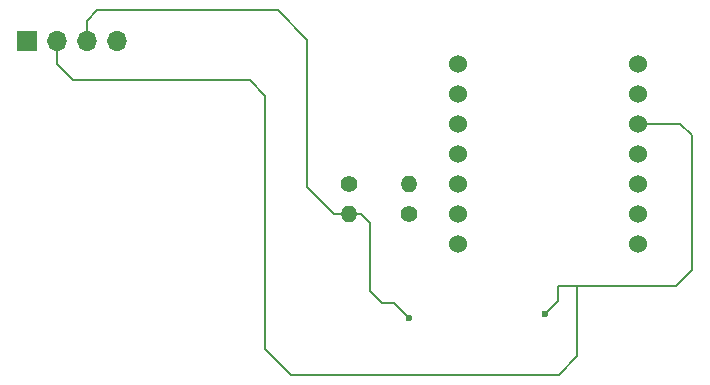
<source format=gbr>
%TF.GenerationSoftware,KiCad,Pcbnew,8.0.9*%
%TF.CreationDate,2025-07-26T13:13:37-07:00*%
%TF.ProjectId,ayushi_hermes_project,61797573-6869-45f6-9865-726d65735f70,rev?*%
%TF.SameCoordinates,Original*%
%TF.FileFunction,Copper,L2,Bot*%
%TF.FilePolarity,Positive*%
%FSLAX46Y46*%
G04 Gerber Fmt 4.6, Leading zero omitted, Abs format (unit mm)*
G04 Created by KiCad (PCBNEW 8.0.9) date 2025-07-26 13:13:37*
%MOMM*%
%LPD*%
G01*
G04 APERTURE LIST*
%TA.AperFunction,Conductor*%
%ADD10C,0.200000*%
%TD*%
%TA.AperFunction,ComponentPad*%
%ADD11C,1.524000*%
%TD*%
%TA.AperFunction,ComponentPad*%
%ADD12C,1.400000*%
%TD*%
%TA.AperFunction,ComponentPad*%
%ADD13O,1.400000X1.400000*%
%TD*%
%TA.AperFunction,ComponentPad*%
%ADD14R,1.700000X1.700000*%
%TD*%
%TA.AperFunction,ComponentPad*%
%ADD15O,1.700000X1.700000*%
%TD*%
%TA.AperFunction,ViaPad*%
%ADD16C,0.600000*%
%TD*%
G04 APERTURE END LIST*
D10*
%TO.N,VCC*%
X116103400Y-103378000D02*
X116103400Y-97459800D01*
X114503200Y-104978200D02*
X116103400Y-103378000D01*
X91871800Y-104978200D02*
X114503200Y-104978200D01*
X89687400Y-102793800D02*
X91871800Y-104978200D01*
X89687400Y-81356200D02*
X89687400Y-102793800D01*
X88366600Y-80035400D02*
X89687400Y-81356200D01*
X73406000Y-80035400D02*
X88366600Y-80035400D01*
X72034400Y-78663800D02*
X73406000Y-80035400D01*
X72034400Y-76758800D02*
X72034400Y-78663800D01*
%TO.N,SCL*%
X100584000Y-98907600D02*
X99542600Y-98882200D01*
X101854000Y-100177600D02*
X100584000Y-98907600D01*
%TO.N,VCC*%
X114427000Y-97434400D02*
X114757200Y-97434400D01*
X114427000Y-98755200D02*
X114427000Y-97434400D01*
X113360200Y-99822000D02*
X114427000Y-98755200D01*
%TO.N,SCL*%
X95478600Y-91389200D02*
X96799400Y-91389200D01*
X93218000Y-89128600D02*
X95478600Y-91389200D01*
X93218000Y-76606400D02*
X93218000Y-89128600D01*
X90754200Y-74142600D02*
X93218000Y-76606400D01*
X75463400Y-74142600D02*
X90754200Y-74142600D01*
X74574400Y-75031600D02*
X75463400Y-74142600D01*
X74574400Y-76733400D02*
X74574400Y-75031600D01*
X98526600Y-97866200D02*
X99542600Y-98882200D01*
X98526600Y-92125800D02*
X98526600Y-97866200D01*
X97790000Y-91389200D02*
X98526600Y-92125800D01*
X96799400Y-91389200D02*
X97790000Y-91389200D01*
%TO.N,VCC*%
X124815600Y-83718400D02*
X121285000Y-83718400D01*
X125780800Y-84683600D02*
X124815600Y-83718400D01*
X125780800Y-96088200D02*
X125780800Y-84683600D01*
X124434600Y-97434400D02*
X125780800Y-96088200D01*
X114757200Y-97434400D02*
X124434600Y-97434400D01*
%TD*%
D11*
%TO.P,U2,1,GPIO26/ADC0/A0*%
%TO.N,unconnected-(U2-GPIO26{slash}ADC0{slash}A0-Pad1)*%
X105994200Y-78689200D03*
%TO.P,U2,2,GPIO27/ADC1/A1*%
%TO.N,unconnected-(U2-GPIO27{slash}ADC1{slash}A1-Pad2)*%
X105994200Y-81229200D03*
%TO.P,U2,3,GPIO28/ADC2/A2*%
%TO.N,unconnected-(U2-GPIO28{slash}ADC2{slash}A2-Pad3)*%
X105994200Y-83769200D03*
%TO.P,U2,4,GPIO29/ADC3/A3*%
%TO.N,unconnected-(U2-GPIO29{slash}ADC3{slash}A3-Pad4)*%
X105994200Y-86309200D03*
%TO.P,U2,5,GPIO6/SDA*%
%TO.N,Net-(U2-GPIO6{slash}SDA)*%
X105994200Y-88849200D03*
%TO.P,U2,6,GPIO7/SCL*%
%TO.N,Net-(U2-GPIO7{slash}SCL)*%
X105994200Y-91389200D03*
%TO.P,U2,7,GPIO0/TX*%
%TO.N,unconnected-(U2-GPIO0{slash}TX-Pad7)*%
X105994200Y-93929200D03*
%TO.P,U2,8,GPIO1/RX*%
%TO.N,unconnected-(U2-GPIO1{slash}RX-Pad8)*%
X121234200Y-93929200D03*
%TO.P,U2,9,GPIO2/SCK*%
%TO.N,unconnected-(U2-GPIO2{slash}SCK-Pad9)*%
X121234200Y-91389200D03*
%TO.P,U2,10,GPIO4/MISO*%
%TO.N,unconnected-(U2-GPIO4{slash}MISO-Pad10)*%
X121234200Y-88849200D03*
%TO.P,U2,11,GPIO3/MOSI*%
%TO.N,unconnected-(U2-GPIO3{slash}MOSI-Pad11)*%
X121234200Y-86309200D03*
%TO.P,U2,12,3V3*%
%TO.N,VCC*%
X121234200Y-83769200D03*
%TO.P,U2,13,GND*%
%TO.N,GND*%
X121234200Y-81229200D03*
%TO.P,U2,14,VBUS*%
%TO.N,unconnected-(U2-VBUS-Pad14)*%
X121234200Y-78689200D03*
%TD*%
D12*
%TO.P,R2,1*%
%TO.N,Net-(U2-GPIO7{slash}SCL)*%
X101879400Y-91389200D03*
D13*
%TO.P,R2,2*%
%TO.N,SCL*%
X96799400Y-91389200D03*
%TD*%
%TO.P,R1,2*%
%TO.N,Net-(U2-GPIO6{slash}SDA)*%
X101879400Y-88849200D03*
D12*
%TO.P,R1,1*%
%TO.N,SDA*%
X96799400Y-88849200D03*
%TD*%
D14*
%TO.P,J1,1,GND*%
%TO.N,GND*%
X69494400Y-76733400D03*
D15*
%TO.P,J1,2,VCC*%
%TO.N,VCC*%
X72034400Y-76733400D03*
%TO.P,J1,3,SCL*%
%TO.N,SCL*%
X74574400Y-76733400D03*
%TO.P,J1,4,SDA*%
%TO.N,SDA*%
X77114400Y-76733400D03*
%TD*%
D16*
%TO.N,SCL*%
X101854000Y-100177600D03*
%TO.N,VCC*%
X113360200Y-99822000D03*
%TD*%
M02*

</source>
